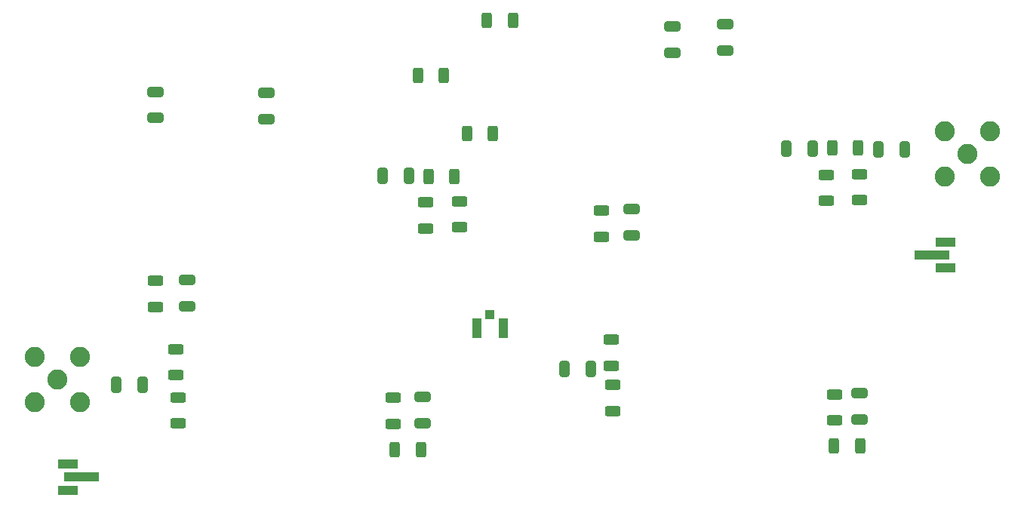
<source format=gbr>
%TF.GenerationSoftware,KiCad,Pcbnew,(6.0.7)*%
%TF.CreationDate,2023-01-19T20:49:39-05:00*%
%TF.ProjectId,Phoenix612_Stage_2_PA_Testing_v1,50686f65-6e69-4783-9631-325f53746167,rev?*%
%TF.SameCoordinates,Original*%
%TF.FileFunction,Paste,Top*%
%TF.FilePolarity,Positive*%
%FSLAX46Y46*%
G04 Gerber Fmt 4.6, Leading zero omitted, Abs format (unit mm)*
G04 Created by KiCad (PCBNEW (6.0.7)) date 2023-01-19 20:49:39*
%MOMM*%
%LPD*%
G01*
G04 APERTURE LIST*
G04 Aperture macros list*
%AMRoundRect*
0 Rectangle with rounded corners*
0 $1 Rounding radius*
0 $2 $3 $4 $5 $6 $7 $8 $9 X,Y pos of 4 corners*
0 Add a 4 corners polygon primitive as box body*
4,1,4,$2,$3,$4,$5,$6,$7,$8,$9,$2,$3,0*
0 Add four circle primitives for the rounded corners*
1,1,$1+$1,$2,$3*
1,1,$1+$1,$4,$5*
1,1,$1+$1,$6,$7*
1,1,$1+$1,$8,$9*
0 Add four rect primitives between the rounded corners*
20,1,$1+$1,$2,$3,$4,$5,0*
20,1,$1+$1,$4,$5,$6,$7,0*
20,1,$1+$1,$6,$7,$8,$9,0*
20,1,$1+$1,$8,$9,$2,$3,0*%
G04 Aperture macros list end*
%ADD10RoundRect,0.250000X-0.650000X0.325000X-0.650000X-0.325000X0.650000X-0.325000X0.650000X0.325000X0*%
%ADD11R,4.000000X1.000000*%
%ADD12R,2.200000X1.050000*%
%ADD13RoundRect,0.250000X0.325000X0.650000X-0.325000X0.650000X-0.325000X-0.650000X0.325000X-0.650000X0*%
%ADD14RoundRect,0.250000X0.625000X-0.312500X0.625000X0.312500X-0.625000X0.312500X-0.625000X-0.312500X0*%
%ADD15RoundRect,0.250000X-0.325000X-0.650000X0.325000X-0.650000X0.325000X0.650000X-0.325000X0.650000X0*%
%ADD16RoundRect,0.250000X-0.312500X-0.625000X0.312500X-0.625000X0.312500X0.625000X-0.312500X0.625000X0*%
%ADD17RoundRect,0.250000X0.312500X0.625000X-0.312500X0.625000X-0.312500X-0.625000X0.312500X-0.625000X0*%
%ADD18C,2.250000*%
%ADD19R,1.000000X1.050000*%
%ADD20R,1.050000X2.200000*%
G04 APERTURE END LIST*
D10*
%TO.C,C11*%
X107861100Y-37958500D03*
X107861100Y-40908500D03*
%TD*%
D11*
%TO.C,U3*%
X131057631Y-63851911D03*
D12*
X132582631Y-65326911D03*
X132582631Y-62376911D03*
%TD*%
D13*
%TO.C,C7*%
X72391800Y-54991000D03*
X69441800Y-54991000D03*
%TD*%
D14*
%TO.C,R18*%
X122930631Y-57694411D03*
X122930631Y-54769411D03*
%TD*%
D10*
%TO.C,C2*%
X47498000Y-66673200D03*
X47498000Y-69623200D03*
%TD*%
%TO.C,C12*%
X97352831Y-58693911D03*
X97352831Y-61643911D03*
%TD*%
D14*
%TO.C,R5*%
X70637400Y-82793300D03*
X70637400Y-79868300D03*
%TD*%
%TO.C,R12*%
X95244631Y-81341811D03*
X95244631Y-78416811D03*
%TD*%
D15*
%TO.C,C1*%
X39569600Y-78409800D03*
X42519600Y-78409800D03*
%TD*%
D11*
%TO.C,U1*%
X35688000Y-88773000D03*
D12*
X34163000Y-87298000D03*
X34163000Y-90248000D03*
%TD*%
D13*
%TO.C,C14*%
X117701831Y-51939311D03*
X114751831Y-51939311D03*
%TD*%
D16*
%TO.C,R6*%
X70800500Y-85661500D03*
X73725500Y-85661500D03*
%TD*%
D14*
%TO.C,R10*%
X78054200Y-60746100D03*
X78054200Y-57821100D03*
%TD*%
D10*
%TO.C,C4*%
X73888600Y-79805000D03*
X73888600Y-82755000D03*
%TD*%
D14*
%TO.C,R11*%
X95059500Y-76265500D03*
X95059500Y-73340500D03*
%TD*%
D16*
%TO.C,R9*%
X74585100Y-55067200D03*
X77510100Y-55067200D03*
%TD*%
D10*
%TO.C,C8*%
X101917500Y-38212500D03*
X101917500Y-41162500D03*
%TD*%
D14*
%TO.C,R3*%
X43967400Y-69686900D03*
X43967400Y-66761900D03*
%TD*%
D10*
%TO.C,C13*%
X122981431Y-79344111D03*
X122981431Y-82294111D03*
%TD*%
D14*
%TO.C,R13*%
X94000031Y-61809211D03*
X94000031Y-58884211D03*
%TD*%
%TO.C,R16*%
X119222231Y-57770611D03*
X119222231Y-54845611D03*
%TD*%
D16*
%TO.C,R17*%
X119882631Y-51812311D03*
X122807631Y-51812311D03*
%TD*%
D10*
%TO.C,C6*%
X43954700Y-45528849D03*
X43954700Y-48478849D03*
%TD*%
D17*
%TO.C,R4*%
X76329000Y-43675300D03*
X73404000Y-43675300D03*
%TD*%
%TO.C,R19*%
X81815400Y-50177700D03*
X78890400Y-50177700D03*
%TD*%
D14*
%TO.C,R8*%
X74269600Y-60862400D03*
X74269600Y-57937400D03*
%TD*%
D13*
%TO.C,C10*%
X92806231Y-76628111D03*
X89856231Y-76628111D03*
%TD*%
D16*
%TO.C,R7*%
X81165700Y-37477700D03*
X84090700Y-37477700D03*
%TD*%
D10*
%TO.C,C3*%
X56400700Y-45655849D03*
X56400700Y-48605849D03*
%TD*%
D14*
%TO.C,R2*%
X46482000Y-82757200D03*
X46482000Y-79832200D03*
%TD*%
%TO.C,R14*%
X120136631Y-82408611D03*
X120136631Y-79483611D03*
%TD*%
D18*
%TO.C,J2*%
X135021031Y-52498111D03*
X137561031Y-55038111D03*
X137561031Y-49958111D03*
X132481031Y-55038111D03*
X132481031Y-49958111D03*
%TD*%
%TO.C,J1*%
X32918400Y-77825600D03*
X30378400Y-80365600D03*
X30378400Y-75285600D03*
X35458400Y-75285600D03*
X35458400Y-80365600D03*
%TD*%
D13*
%TO.C,C15*%
X128012431Y-51990111D03*
X125062431Y-51990111D03*
%TD*%
D19*
%TO.C,U2*%
X81483200Y-70534800D03*
D20*
X80008200Y-72059800D03*
X82958200Y-72059800D03*
%TD*%
D16*
%TO.C,R15*%
X120076500Y-85280500D03*
X123001500Y-85280500D03*
%TD*%
D14*
%TO.C,R1*%
X46228000Y-77332300D03*
X46228000Y-74407300D03*
%TD*%
M02*

</source>
